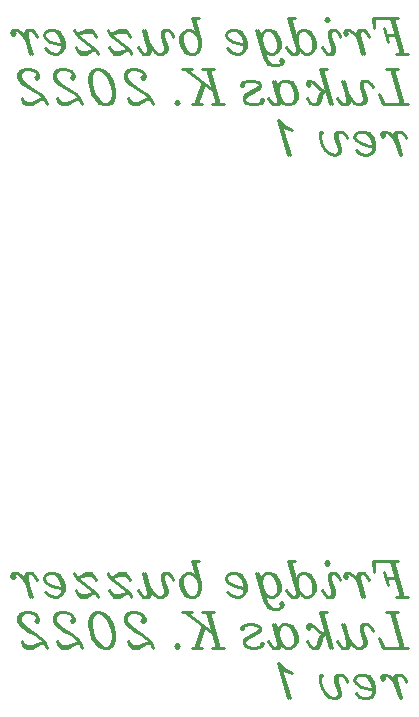
<source format=gbo>
%FSLAX46Y46*%
%MOMM*%
%ADD10C,0.250000*%
G01*
G01*
%LPD*%
D10*
X50271428Y70821432D02*
X49414284Y73821432D01*
D10*
X50128572Y70821432D02*
X49271428Y73821432D01*
D10*
X48985716Y71821432D02*
X48700000Y72964288D01*
D10*
X47700000Y73821432D02*
X49842856Y73821432D01*
D10*
X47842856Y72964288D02*
X47700000Y73821432D01*
D10*
X47842856Y73821432D02*
X47842856Y72964288D01*
D10*
X48842856Y72392856D02*
X49700000Y72392856D01*
D10*
X49700000Y70821432D02*
X50700000Y70821432D01*
D10*
X47271428Y72535712D02*
X47414284Y72250000D01*
D10*
X46985716Y72821432D02*
X47271428Y72535712D01*
D10*
X46557144Y72821432D02*
X46985716Y72821432D01*
D10*
X46414288Y72678568D02*
X46557144Y72821432D01*
D10*
X46414288Y72392856D02*
X46414288Y72678568D01*
D10*
X46557144Y71821432D02*
X46414288Y72392856D01*
D10*
X46842856Y70821432D02*
X46557144Y71821432D01*
D10*
X46557144Y72678568D02*
X46700000Y72821432D01*
D10*
X46557144Y72392856D02*
X46557144Y72678568D01*
D10*
X46700000Y71821432D02*
X46557144Y72392856D01*
D10*
X46985716Y70821432D02*
X46700000Y71821432D01*
D10*
X46271428Y72392856D02*
X46557144Y71821432D01*
D10*
X45985716Y72678568D02*
X46271428Y72392856D01*
D10*
X45700000Y72821432D02*
X45985716Y72678568D01*
D10*
X45414288Y72821432D02*
X45700000Y72821432D01*
D10*
X45271428Y72678568D02*
X45414288Y72821432D01*
D10*
X45271428Y72535712D02*
X45271428Y72678568D01*
D10*
X45414288Y72392856D02*
X45271428Y72535712D01*
D10*
X45557144Y72535712D02*
X45414288Y72392856D01*
D10*
X45414288Y72678568D02*
X45557144Y72535712D01*
D10*
X43985716Y73678568D02*
X43842856Y73821432D01*
D10*
X43842856Y73535712D02*
X43985716Y73678568D01*
D10*
X43700000Y73678568D02*
X43842856Y73535712D01*
D10*
X43842856Y73821432D02*
X43700000Y73678568D01*
D10*
X44842856Y72535712D02*
X44985716Y72250000D01*
D10*
X44557144Y72821432D02*
X44842856Y72535712D01*
D10*
X44128572Y72821432D02*
X44557144Y72821432D01*
D10*
X43985716Y72678568D02*
X44128572Y72821432D01*
D10*
X43985716Y72250000D02*
X43985716Y72678568D01*
D10*
X44271428Y71392856D02*
X43985716Y72250000D01*
D10*
X44271428Y70964288D02*
X44271428Y71392856D01*
D10*
X44128572Y70821432D02*
X44271428Y70964288D01*
D10*
X44128572Y72678568D02*
X44271428Y72821432D01*
D10*
X44128572Y72250000D02*
X44128572Y72678568D01*
D10*
X44414288Y71392856D02*
X44128572Y72250000D01*
D10*
X44414288Y70964288D02*
X44414288Y71392856D01*
D10*
X44271428Y70821432D02*
X44414288Y70964288D01*
D10*
X43842856Y70821432D02*
X44271428Y70821432D01*
D10*
X43557144Y71107144D02*
X43842856Y70821432D01*
D10*
X43414288Y71392856D02*
X43557144Y71107144D01*
D10*
X41271428Y71821432D02*
X40700000Y73821432D01*
D10*
X41414288Y71250000D02*
X41271428Y71821432D01*
D10*
X41414288Y70964288D02*
X41414288Y71250000D01*
D10*
X41271428Y70821432D02*
X41414288Y70964288D01*
D10*
X40842856Y70821432D02*
X41271428Y70821432D01*
D10*
X40557144Y71107144D02*
X40842856Y70821432D01*
D10*
X40414288Y71392856D02*
X40557144Y71107144D01*
D10*
X41128572Y71821432D02*
X40557144Y73821432D01*
D10*
X41271428Y71250000D02*
X41128572Y71821432D01*
D10*
X41271428Y70964288D02*
X41271428Y71250000D01*
D10*
X41128572Y70821432D02*
X41271428Y70964288D01*
D10*
X41271428Y72250000D02*
X41271428Y71821432D01*
D10*
X41414288Y72678568D02*
X41271428Y72250000D01*
D10*
X41700000Y72821432D02*
X41414288Y72678568D01*
D10*
X41985712Y72821432D02*
X41700000Y72821432D01*
D10*
X42414288Y72678568D02*
X41985712Y72821432D01*
D10*
X42700000Y72250000D02*
X42414288Y72678568D01*
D10*
X42842856Y71821432D02*
X42700000Y72250000D01*
D10*
X42842856Y71392856D02*
X42842856Y71821432D01*
D10*
X42700000Y71107144D02*
X42842856Y71392856D01*
D10*
X42557144Y70964288D02*
X42700000Y71107144D01*
D10*
X42271428Y70821432D02*
X42557144Y70964288D01*
D10*
X41985712Y70821432D02*
X42271428Y70821432D01*
D10*
X41700000Y70964288D02*
X41985712Y70821432D01*
D10*
X41414288Y71392856D02*
X41700000Y70964288D01*
D10*
X41271428Y71821432D02*
X41414288Y71392856D01*
D10*
X42271428Y72678568D02*
X41985712Y72821432D01*
D10*
X42557144Y72250000D02*
X42271428Y72678568D01*
D10*
X42700000Y71821432D02*
X42557144Y72250000D01*
D10*
X42700000Y71250000D02*
X42700000Y71821432D01*
D10*
X42557144Y70964288D02*
X42700000Y71250000D01*
D10*
X40557144Y73821432D02*
X41128572Y73821432D01*
D10*
X38414288Y70821432D02*
X37842856Y72821432D01*
D10*
X38557144Y70392856D02*
X38414288Y70821432D01*
D10*
X38842856Y69964288D02*
X38557144Y70392856D01*
D10*
X39271428Y69821432D02*
X38842856Y69964288D01*
D10*
X39700000Y69821432D02*
X39271428Y69821432D01*
D10*
X39985712Y69964288D02*
X39700000Y69821432D01*
D10*
X40128572Y70107144D02*
X39985712Y69964288D01*
D10*
X40128572Y70250000D02*
X40128572Y70107144D01*
D10*
X39985712Y70392856D02*
X40128572Y70250000D01*
D10*
X39842856Y70250000D02*
X39985712Y70392856D01*
D10*
X39985712Y70107144D02*
X39842856Y70250000D01*
D10*
X38557144Y70821432D02*
X37985712Y72821432D01*
D10*
X38700000Y70392856D02*
X38557144Y70821432D01*
D10*
X38985712Y69964288D02*
X38700000Y70392856D01*
D10*
X39271428Y69821432D02*
X38985712Y69964288D01*
D10*
X38271428Y72250000D02*
X38271428Y71821432D01*
D10*
X38414288Y72678568D02*
X38271428Y72250000D01*
D10*
X38700000Y72821432D02*
X38414288Y72678568D01*
D10*
X38985712Y72821432D02*
X38700000Y72821432D01*
D10*
X39414288Y72678568D02*
X38985712Y72821432D01*
D10*
X39700000Y72250000D02*
X39414288Y72678568D01*
D10*
X39842856Y71821432D02*
X39700000Y72250000D01*
D10*
X39842856Y71392856D02*
X39842856Y71821432D01*
D10*
X39700000Y71107144D02*
X39842856Y71392856D01*
D10*
X39557144Y70964288D02*
X39700000Y71107144D01*
D10*
X39271428Y70821432D02*
X39557144Y70964288D01*
D10*
X38985712Y70821432D02*
X39271428Y70821432D01*
D10*
X38700000Y70964288D02*
X38985712Y70821432D01*
D10*
X38414288Y71392856D02*
X38700000Y70964288D01*
D10*
X38271428Y71821432D02*
X38414288Y71392856D01*
D10*
X39271428Y72678568D02*
X38985712Y72821432D01*
D10*
X39557144Y72250000D02*
X39271428Y72678568D01*
D10*
X39700000Y71821432D02*
X39557144Y72250000D01*
D10*
X39700000Y71250000D02*
X39700000Y71821432D01*
D10*
X39557144Y70964288D02*
X39700000Y71250000D01*
D10*
X36271428Y71678568D02*
X36842856Y71535712D01*
D10*
X35842856Y71821432D02*
X36271428Y71678568D01*
D10*
X35414288Y72107144D02*
X35842856Y71821432D01*
D10*
X35271428Y72392856D02*
X35414288Y72107144D01*
D10*
X35414288Y72678568D02*
X35271428Y72392856D01*
D10*
X35700000Y72821432D02*
X35414288Y72678568D01*
D10*
X36128572Y72821432D02*
X35700000Y72821432D01*
D10*
X36557144Y72678568D02*
X36128572Y72821432D01*
D10*
X36842856Y72250000D02*
X36557144Y72678568D01*
D10*
X36985712Y71821432D02*
X36842856Y72250000D01*
D10*
X36985712Y71392856D02*
X36985712Y71821432D01*
D10*
X36842856Y71107144D02*
X36985712Y71392856D01*
D10*
X36700000Y70964288D02*
X36842856Y71107144D01*
D10*
X36414288Y70821432D02*
X36700000Y70964288D01*
D10*
X36128572Y70821432D02*
X36414288Y70821432D01*
D10*
X35700000Y70964288D02*
X36128572Y70821432D01*
D10*
X35414288Y71250000D02*
X35700000Y70964288D01*
D10*
X36414288Y72678568D02*
X36128572Y72821432D01*
D10*
X36700000Y72250000D02*
X36414288Y72678568D01*
D10*
X36842856Y71821432D02*
X36700000Y72250000D01*
D10*
X36842856Y71250000D02*
X36842856Y71821432D01*
D10*
X36700000Y70964288D02*
X36842856Y71250000D01*
D10*
X33128572Y71964288D02*
X32557144Y73821432D01*
D10*
X33128572Y71535712D02*
X33128572Y71964288D01*
D10*
X32985714Y71107144D02*
X33128572Y71535712D01*
D10*
X32842858Y70964288D02*
X32985714Y71107144D01*
D10*
X32985714Y71964288D02*
X32414286Y73821432D01*
D10*
X32842858Y72392856D02*
X32985714Y71964288D01*
D10*
X32557144Y72678568D02*
X32842858Y72392856D01*
D10*
X32271428Y72821432D02*
X32557144Y72678568D01*
D10*
X31985714Y72821432D02*
X32271428Y72821432D01*
D10*
X31700000Y72678568D02*
X31985714Y72821432D01*
D10*
X31557144Y72535712D02*
X31700000Y72678568D01*
D10*
X31414286Y72250000D02*
X31557144Y72535712D01*
D10*
X31414286Y71821432D02*
X31414286Y72250000D01*
D10*
X31557144Y71392856D02*
X31414286Y71821432D01*
D10*
X31842858Y70964288D02*
X31557144Y71392856D01*
D10*
X32271428Y70821432D02*
X31842858Y70964288D01*
D10*
X32557144Y70821432D02*
X32271428Y70821432D01*
D10*
X32842858Y70964288D02*
X32557144Y70821432D01*
D10*
X32985714Y71392856D02*
X32842858Y70964288D01*
D10*
X32985714Y71964288D02*
X32985714Y71392856D01*
D10*
X31557144Y72392856D02*
X31700000Y72678568D01*
D10*
X31557144Y71821432D02*
X31557144Y72392856D01*
D10*
X31700000Y71392856D02*
X31557144Y71821432D01*
D10*
X31985714Y70964288D02*
X31700000Y71392856D01*
D10*
X32271428Y70821432D02*
X31985714Y70964288D01*
D10*
X32414286Y73821432D02*
X32985714Y73821432D01*
D10*
X30700000Y72535712D02*
X30842858Y72250000D01*
D10*
X30414286Y72821432D02*
X30700000Y72535712D01*
D10*
X29985714Y72821432D02*
X30414286Y72821432D01*
D10*
X29842858Y72678568D02*
X29985714Y72821432D01*
D10*
X29842858Y72250000D02*
X29842858Y72678568D01*
D10*
X30128572Y71392856D02*
X29842858Y72250000D01*
D10*
X30128572Y71107144D02*
X30128572Y71392856D01*
D10*
X29842858Y70821432D02*
X30128572Y71107144D01*
D10*
X29985714Y72678568D02*
X30128572Y72821432D01*
D10*
X29985714Y72250000D02*
X29985714Y72678568D01*
D10*
X30271428Y71392856D02*
X29985714Y72250000D01*
D10*
X30271428Y71107144D02*
X30271428Y71392856D01*
D10*
X30128572Y70964288D02*
X30271428Y71107144D01*
D10*
X29842858Y70821432D02*
X30128572Y70964288D01*
D10*
X29557144Y70821432D02*
X29842858Y70821432D01*
D10*
X29271428Y70964288D02*
X29557144Y70821432D01*
D10*
X28985714Y71250000D02*
X29271428Y70964288D01*
D10*
X28700000Y71821432D02*
X28985714Y71250000D01*
D10*
X28700000Y71821432D02*
X28414286Y72821432D01*
D10*
X28842858Y71250000D02*
X28700000Y71821432D01*
D10*
X28842858Y70964288D02*
X28842858Y71250000D01*
D10*
X28700000Y70821432D02*
X28842858Y70964288D01*
D10*
X28271428Y70821432D02*
X28700000Y70821432D01*
D10*
X27985714Y71107144D02*
X28271428Y70821432D01*
D10*
X27842858Y71392856D02*
X27985714Y71107144D01*
D10*
X28557144Y71821432D02*
X28271428Y72821432D01*
D10*
X28700000Y71250000D02*
X28557144Y71821432D01*
D10*
X28700000Y70964288D02*
X28700000Y71250000D01*
D10*
X28557144Y70821432D02*
X28700000Y70964288D01*
D10*
X25414286Y72535712D02*
X25271428Y72821432D01*
D10*
X25700000Y72250000D02*
X25414286Y72535712D01*
D10*
X26842858Y71392856D02*
X25700000Y72250000D01*
D10*
X27128572Y71107144D02*
X26842858Y71392856D01*
D10*
X27271428Y70821432D02*
X27128572Y71107144D01*
D10*
X26985714Y72535712D02*
X27128572Y72250000D01*
D10*
X26700000Y72821432D02*
X26985714Y72535712D01*
D10*
X26271428Y72821432D02*
X26700000Y72821432D01*
D10*
X25700000Y72535712D02*
X26271428Y72821432D01*
D10*
X26700000Y72678568D02*
X26985714Y72535712D01*
D10*
X26271428Y72678568D02*
X26700000Y72678568D01*
D10*
X25700000Y72535712D02*
X26271428Y72678568D01*
D10*
X25414286Y72535712D02*
X25700000Y72535712D01*
D10*
X26842858Y71107144D02*
X27128572Y71107144D01*
D10*
X26271428Y70964288D02*
X26842858Y71107144D01*
D10*
X25842858Y70964288D02*
X26271428Y70964288D01*
D10*
X25557144Y71107144D02*
X25842858Y70964288D01*
D10*
X26271428Y70821432D02*
X26842858Y71107144D01*
D10*
X25842858Y70821432D02*
X26271428Y70821432D01*
D10*
X25557144Y71107144D02*
X25842858Y70821432D01*
D10*
X25414286Y71392856D02*
X25557144Y71107144D01*
D10*
X22557144Y72535712D02*
X22414286Y72821432D01*
D10*
X22842858Y72250000D02*
X22557144Y72535712D01*
D10*
X23985714Y71392856D02*
X22842858Y72250000D01*
D10*
X24271428Y71107144D02*
X23985714Y71392856D01*
D10*
X24414286Y70821432D02*
X24271428Y71107144D01*
D10*
X24128572Y72535712D02*
X24271428Y72250000D01*
D10*
X23842858Y72821432D02*
X24128572Y72535712D01*
D10*
X23414286Y72821432D02*
X23842858Y72821432D01*
D10*
X22842858Y72535712D02*
X23414286Y72821432D01*
D10*
X23842858Y72678568D02*
X24128572Y72535712D01*
D10*
X23414286Y72678568D02*
X23842858Y72678568D01*
D10*
X22842858Y72535712D02*
X23414286Y72678568D01*
D10*
X22557144Y72535712D02*
X22842858Y72535712D01*
D10*
X23985714Y71107144D02*
X24271428Y71107144D01*
D10*
X23414286Y70964288D02*
X23985714Y71107144D01*
D10*
X22985714Y70964288D02*
X23414286Y70964288D01*
D10*
X22700000Y71107144D02*
X22985714Y70964288D01*
D10*
X23414286Y70821432D02*
X23985714Y71107144D01*
D10*
X22985714Y70821432D02*
X23414286Y70821432D01*
D10*
X22700000Y71107144D02*
X22985714Y70821432D01*
D10*
X22557144Y71392856D02*
X22700000Y71107144D01*
D10*
X20842858Y71678568D02*
X21414286Y71535712D01*
D10*
X20414286Y71821432D02*
X20842858Y71678568D01*
D10*
X19985714Y72107144D02*
X20414286Y71821432D01*
D10*
X19842858Y72392856D02*
X19985714Y72107144D01*
D10*
X19985714Y72678568D02*
X19842858Y72392856D01*
D10*
X20271430Y72821432D02*
X19985714Y72678568D01*
D10*
X20700000Y72821432D02*
X20271430Y72821432D01*
D10*
X21128572Y72678568D02*
X20700000Y72821432D01*
D10*
X21414286Y72250000D02*
X21128572Y72678568D01*
D10*
X21557144Y71821432D02*
X21414286Y72250000D01*
D10*
X21557144Y71392856D02*
X21557144Y71821432D01*
D10*
X21414286Y71107144D02*
X21557144Y71392856D01*
D10*
X21271430Y70964288D02*
X21414286Y71107144D01*
D10*
X20985714Y70821432D02*
X21271430Y70964288D01*
D10*
X20700000Y70821432D02*
X20985714Y70821432D01*
D10*
X20271430Y70964288D02*
X20700000Y70821432D01*
D10*
X19985714Y71250000D02*
X20271430Y70964288D01*
D10*
X20985714Y72678568D02*
X20700000Y72821432D01*
D10*
X21271430Y72250000D02*
X20985714Y72678568D01*
D10*
X21414286Y71821432D02*
X21271430Y72250000D01*
D10*
X21414286Y71250000D02*
X21414286Y71821432D01*
D10*
X21271430Y70964288D02*
X21414286Y71250000D01*
D10*
X19128572Y72535712D02*
X19271430Y72250000D01*
D10*
X18842858Y72821432D02*
X19128572Y72535712D01*
D10*
X18414286Y72821432D02*
X18842858Y72821432D01*
D10*
X18271430Y72678568D02*
X18414286Y72821432D01*
D10*
X18271430Y72392856D02*
X18271430Y72678568D01*
D10*
X18414286Y71821432D02*
X18271430Y72392856D01*
D10*
X18700000Y70821432D02*
X18414286Y71821432D01*
D10*
X18414286Y72678568D02*
X18557144Y72821432D01*
D10*
X18414286Y72392856D02*
X18414286Y72678568D01*
D10*
X18557144Y71821432D02*
X18414286Y72392856D01*
D10*
X18842858Y70821432D02*
X18557144Y71821432D01*
D10*
X18128572Y72392856D02*
X18414286Y71821432D01*
D10*
X17842858Y72678568D02*
X18128572Y72392856D01*
D10*
X17557144Y72821432D02*
X17842858Y72678568D01*
D10*
X17271430Y72821432D02*
X17557144Y72821432D01*
D10*
X17128572Y72678568D02*
X17271430Y72821432D01*
D10*
X17128572Y72535712D02*
X17128572Y72678568D01*
D10*
X17271430Y72392856D02*
X17128572Y72535712D01*
D10*
X17414286Y72535712D02*
X17271430Y72392856D01*
D10*
X17271430Y72678568D02*
X17414286Y72535712D01*
D10*
X50271428Y66521428D02*
X49414284Y69521432D01*
D10*
X50128572Y66521428D02*
X49271428Y69521432D01*
D10*
X48842856Y69521432D02*
X49842856Y69521432D01*
D10*
X48557144Y66521428D02*
X50700000Y66521428D01*
D10*
X48271428Y67378568D02*
X48557144Y66521428D01*
D10*
X48700000Y66521428D02*
X48271428Y67378568D01*
D10*
X47557144Y68235712D02*
X47700000Y67950000D01*
D10*
X47271428Y68521432D02*
X47557144Y68235712D01*
D10*
X46842856Y68521432D02*
X47271428Y68521432D01*
D10*
X46700000Y68378568D02*
X46842856Y68521432D01*
D10*
X46700000Y67950000D02*
X46700000Y68378568D01*
D10*
X46985716Y67092856D02*
X46700000Y67950000D01*
D10*
X46985716Y66807144D02*
X46985716Y67092856D01*
D10*
X46700000Y66521428D02*
X46985716Y66807144D01*
D10*
X46842856Y68378568D02*
X46985716Y68521432D01*
D10*
X46842856Y67950000D02*
X46842856Y68378568D01*
D10*
X47128572Y67092856D02*
X46842856Y67950000D01*
D10*
X47128572Y66807144D02*
X47128572Y67092856D01*
D10*
X46985716Y66664284D02*
X47128572Y66807144D01*
D10*
X46700000Y66521428D02*
X46985716Y66664284D01*
D10*
X46414288Y66521428D02*
X46700000Y66521428D01*
D10*
X46128572Y66664284D02*
X46414288Y66521428D01*
D10*
X45842856Y66950000D02*
X46128572Y66664284D01*
D10*
X45557144Y67521432D02*
X45842856Y66950000D01*
D10*
X45557144Y67521432D02*
X45271428Y68521432D01*
D10*
X45700000Y66950000D02*
X45557144Y67521432D01*
D10*
X45700000Y66664284D02*
X45700000Y66950000D01*
D10*
X45557144Y66521428D02*
X45700000Y66664284D01*
D10*
X45128572Y66521428D02*
X45557144Y66521428D01*
D10*
X44842856Y66807144D02*
X45128572Y66521428D01*
D10*
X44700000Y67092856D02*
X44842856Y66807144D01*
D10*
X45414288Y67521432D02*
X45128572Y68521432D01*
D10*
X45557144Y66950000D02*
X45414288Y67521432D01*
D10*
X45557144Y66664284D02*
X45557144Y66950000D01*
D10*
X45414288Y66521428D02*
X45557144Y66664284D01*
D10*
X44271428Y66521428D02*
X43414288Y69521432D01*
D10*
X44128572Y66521428D02*
X43271428Y69521432D01*
D10*
X42414288Y68235712D02*
X42271428Y68378568D01*
D10*
X42271428Y68092856D02*
X42414288Y68235712D01*
D10*
X42128572Y68235712D02*
X42271428Y68092856D01*
D10*
X42128572Y68378568D02*
X42128572Y68235712D01*
D10*
X42271428Y68521432D02*
X42128572Y68378568D01*
D10*
X42414288Y68521432D02*
X42271428Y68521432D01*
D10*
X42700000Y68378568D02*
X42414288Y68521432D01*
D10*
X43271428Y67807144D02*
X42700000Y68378568D01*
D10*
X43557144Y67664288D02*
X43271428Y67807144D01*
D10*
X43842856Y67664288D02*
X43557144Y67664288D01*
D10*
X43271428Y67521432D02*
X43557144Y67664288D01*
D10*
X42985716Y66664284D02*
X43271428Y67521432D01*
D10*
X42842856Y66521428D02*
X42985716Y66664284D01*
D10*
X43414288Y67521432D02*
X43557144Y67664288D01*
D10*
X43128572Y66664284D02*
X43414288Y67521432D01*
D10*
X42985716Y66521428D02*
X43128572Y66664284D01*
D10*
X42700000Y66521428D02*
X42985716Y66521428D01*
D10*
X42414288Y66664284D02*
X42700000Y66521428D01*
D10*
X42128572Y67092856D02*
X42414288Y66664284D01*
D10*
X43271428Y69521432D02*
X43842856Y69521432D01*
D10*
X39700000Y67521432D02*
X39414288Y68521432D01*
D10*
X39842856Y66950000D02*
X39700000Y67521432D01*
D10*
X39842856Y66664284D02*
X39842856Y66950000D01*
D10*
X39700000Y66521428D02*
X39842856Y66664284D01*
D10*
X39271428Y66521428D02*
X39700000Y66521428D01*
D10*
X38985712Y66807144D02*
X39271428Y66521428D01*
D10*
X38842856Y67092856D02*
X38985712Y66807144D01*
D10*
X39557144Y67521432D02*
X39271428Y68521432D01*
D10*
X39700000Y66950000D02*
X39557144Y67521432D01*
D10*
X39700000Y66664284D02*
X39700000Y66950000D01*
D10*
X39557144Y66521428D02*
X39700000Y66664284D01*
D10*
X39700000Y67950000D02*
X39700000Y67521432D01*
D10*
X39842856Y68378568D02*
X39700000Y67950000D01*
D10*
X40128572Y68521432D02*
X39842856Y68378568D01*
D10*
X40414288Y68521432D02*
X40128572Y68521432D01*
D10*
X40842856Y68378568D02*
X40414288Y68521432D01*
D10*
X41128572Y67950000D02*
X40842856Y68378568D01*
D10*
X41271428Y67521432D02*
X41128572Y67950000D01*
D10*
X41271428Y67092856D02*
X41271428Y67521432D01*
D10*
X41128572Y66807144D02*
X41271428Y67092856D01*
D10*
X40985712Y66664284D02*
X41128572Y66807144D01*
D10*
X40700000Y66521428D02*
X40985712Y66664284D01*
D10*
X40414288Y66521428D02*
X40700000Y66521428D01*
D10*
X40128572Y66664284D02*
X40414288Y66521428D01*
D10*
X39842856Y67092856D02*
X40128572Y66664284D01*
D10*
X39700000Y67521432D02*
X39842856Y67092856D01*
D10*
X40700000Y68378568D02*
X40414288Y68521432D01*
D10*
X40985712Y67950000D02*
X40700000Y68378568D01*
D10*
X41128572Y67521432D02*
X40985712Y67950000D01*
D10*
X41128572Y66950000D02*
X41128572Y67521432D01*
D10*
X40985712Y66664284D02*
X41128572Y66950000D01*
D10*
X36700000Y68092856D02*
X36700000Y68235712D01*
D10*
X36557144Y68092856D02*
X36700000Y68092856D01*
D10*
X36557144Y68235712D02*
X36557144Y68092856D01*
D10*
X36700000Y68378568D02*
X36557144Y68235712D01*
D10*
X37128572Y68521432D02*
X36700000Y68378568D01*
D10*
X37557144Y68521432D02*
X37128572Y68521432D01*
D10*
X37985712Y68378568D02*
X37557144Y68521432D01*
D10*
X38128572Y68235712D02*
X37985712Y68378568D01*
D10*
X38128572Y67950000D02*
X38128572Y68235712D01*
D10*
X37985712Y67807144D02*
X38128572Y67950000D01*
D10*
X36985712Y67235712D02*
X37985712Y67807144D01*
D10*
X36842856Y67092856D02*
X36985712Y67235712D01*
D10*
X37985712Y67950000D02*
X38128572Y68092856D01*
D10*
X36985712Y67378568D02*
X37985712Y67950000D01*
D10*
X36842856Y67235712D02*
X36985712Y67378568D01*
D10*
X36842856Y66807144D02*
X36842856Y67235712D01*
D10*
X36985712Y66664284D02*
X36842856Y66807144D01*
D10*
X37414288Y66521428D02*
X36985712Y66664284D01*
D10*
X37842856Y66521428D02*
X37414288Y66521428D01*
D10*
X38271428Y66664284D02*
X37842856Y66521428D01*
D10*
X38414288Y66807144D02*
X38271428Y66664284D01*
D10*
X38414288Y66950000D02*
X38414288Y66807144D01*
D10*
X38271428Y66950000D02*
X38414288Y66950000D01*
D10*
X38271428Y66807144D02*
X38271428Y66950000D01*
D10*
X34700000Y66521428D02*
X33842856Y69521432D01*
D10*
X34557144Y66521428D02*
X33700000Y69521432D01*
D10*
X34271428Y67664288D02*
X31842858Y69521432D01*
D10*
X32700000Y66521428D02*
X33271428Y68235712D01*
D10*
X32842858Y66521428D02*
X33414286Y68235712D01*
D10*
X33271428Y69521432D02*
X34271428Y69521432D01*
D10*
X31557144Y69521432D02*
X32414286Y69521432D01*
D10*
X34128572Y66521428D02*
X35128572Y66521428D01*
D10*
X32414286Y66521428D02*
X33271428Y66521428D01*
D10*
X31271428Y66664284D02*
X31128572Y66807144D01*
D10*
X31128572Y66521428D02*
X31271428Y66664284D01*
D10*
X30985714Y66664284D02*
X31128572Y66521428D01*
D10*
X31128572Y66807144D02*
X30985714Y66664284D01*
D10*
X28128572Y68807144D02*
X28271428Y68950000D01*
D10*
X28271428Y68664288D02*
X28128572Y68807144D01*
D10*
X28414286Y68807144D02*
X28271428Y68664288D01*
D10*
X28414286Y68950000D02*
X28414286Y68807144D01*
D10*
X28271428Y69235712D02*
X28414286Y68950000D01*
D10*
X28128572Y69378568D02*
X28271428Y69235712D01*
D10*
X27700000Y69521432D02*
X28128572Y69378568D01*
D10*
X27271428Y69521432D02*
X27700000Y69521432D01*
D10*
X26842858Y69378568D02*
X27271428Y69521432D01*
D10*
X26700000Y69092856D02*
X26842858Y69378568D01*
D10*
X26700000Y68807144D02*
X26700000Y69092856D01*
D10*
X26842858Y68521432D02*
X26700000Y68807144D01*
D10*
X27128572Y68235712D02*
X26842858Y68521432D01*
D10*
X27557144Y67950000D02*
X27128572Y68235712D01*
D10*
X28128572Y67664288D02*
X27557144Y67950000D01*
D10*
X28557144Y67378568D02*
X28128572Y67664288D01*
D10*
X28842858Y67092856D02*
X28557144Y67378568D01*
D10*
X29128572Y66521428D02*
X28842858Y67092856D01*
D10*
X26985714Y69378568D02*
X27271428Y69521432D01*
D10*
X26842858Y69092856D02*
X26985714Y69378568D01*
D10*
X26842858Y68807144D02*
X26842858Y69092856D01*
D10*
X26985714Y68521432D02*
X26842858Y68807144D01*
D10*
X27271428Y68235712D02*
X26985714Y68521432D01*
D10*
X28128572Y67664288D02*
X27271428Y68235712D01*
D10*
X28842858Y66950000D02*
X28985714Y66807144D01*
D10*
X28557144Y66950000D02*
X28842858Y66950000D01*
D10*
X27842858Y66664284D02*
X28557144Y66950000D01*
D10*
X27414286Y66664284D02*
X27842858Y66664284D01*
D10*
X27128572Y66807144D02*
X27414286Y66664284D01*
D10*
X26985714Y67092856D02*
X27128572Y66807144D01*
D10*
X27842858Y66521428D02*
X28557144Y66950000D01*
D10*
X27414286Y66521428D02*
X27842858Y66521428D01*
D10*
X27128572Y66664284D02*
X27414286Y66521428D01*
D10*
X26985714Y67092856D02*
X27128572Y66664284D01*
D10*
X24985714Y69378568D02*
X24557144Y69521432D01*
D10*
X25271428Y69092856D02*
X24985714Y69378568D01*
D10*
X25557144Y68664288D02*
X25271428Y69092856D01*
D10*
X25700000Y68235712D02*
X25557144Y68664288D01*
D10*
X25842858Y67664288D02*
X25700000Y68235712D01*
D10*
X25842858Y67235712D02*
X25842858Y67664288D01*
D10*
X25700000Y66807144D02*
X25842858Y67235712D01*
D10*
X25557144Y66664284D02*
X25700000Y66807144D01*
D10*
X25271428Y66521428D02*
X25557144Y66664284D01*
D10*
X24985714Y66521428D02*
X25271428Y66521428D01*
D10*
X24557144Y66664284D02*
X24985714Y66521428D01*
D10*
X24271428Y66950000D02*
X24557144Y66664284D01*
D10*
X23985714Y67378568D02*
X24271428Y66950000D01*
D10*
X23842858Y67807144D02*
X23985714Y67378568D01*
D10*
X23700000Y68378568D02*
X23842858Y67807144D01*
D10*
X23700000Y68807144D02*
X23700000Y68378568D01*
D10*
X23842858Y69235712D02*
X23700000Y68807144D01*
D10*
X23985714Y69378568D02*
X23842858Y69235712D01*
D10*
X24271428Y69521432D02*
X23985714Y69378568D01*
D10*
X24557144Y69521432D02*
X24271428Y69521432D01*
D10*
X24842858Y69378568D02*
X24557144Y69521432D01*
D10*
X25128572Y69092856D02*
X24842858Y69378568D01*
D10*
X25414286Y68664288D02*
X25128572Y69092856D01*
D10*
X25557144Y68235712D02*
X25414286Y68664288D01*
D10*
X25700000Y67664288D02*
X25557144Y68235712D01*
D10*
X25700000Y67235712D02*
X25700000Y67664288D01*
D10*
X25557144Y66807144D02*
X25700000Y67235712D01*
D10*
X25271428Y66521428D02*
X25557144Y66807144D01*
D10*
X24700000Y66664284D02*
X24985714Y66521428D01*
D10*
X24414286Y66950000D02*
X24700000Y66664284D01*
D10*
X24128572Y67378568D02*
X24414286Y66950000D01*
D10*
X23985714Y67807144D02*
X24128572Y67378568D01*
D10*
X23842858Y68378568D02*
X23985714Y67807144D01*
D10*
X23842858Y68807144D02*
X23842858Y68378568D01*
D10*
X23985714Y69235712D02*
X23842858Y68807144D01*
D10*
X24271428Y69521432D02*
X23985714Y69235712D01*
D10*
X22128572Y68807144D02*
X22271430Y68950000D01*
D10*
X22271430Y68664288D02*
X22128572Y68807144D01*
D10*
X22414286Y68807144D02*
X22271430Y68664288D01*
D10*
X22414286Y68950000D02*
X22414286Y68807144D01*
D10*
X22271430Y69235712D02*
X22414286Y68950000D01*
D10*
X22128572Y69378568D02*
X22271430Y69235712D01*
D10*
X21700000Y69521432D02*
X22128572Y69378568D01*
D10*
X21271430Y69521432D02*
X21700000Y69521432D01*
D10*
X20842858Y69378568D02*
X21271430Y69521432D01*
D10*
X20700000Y69092856D02*
X20842858Y69378568D01*
D10*
X20700000Y68807144D02*
X20700000Y69092856D01*
D10*
X20842858Y68521432D02*
X20700000Y68807144D01*
D10*
X21128572Y68235712D02*
X20842858Y68521432D01*
D10*
X21557144Y67950000D02*
X21128572Y68235712D01*
D10*
X22128572Y67664288D02*
X21557144Y67950000D01*
D10*
X22557144Y67378568D02*
X22128572Y67664288D01*
D10*
X22842858Y67092856D02*
X22557144Y67378568D01*
D10*
X23128572Y66521428D02*
X22842858Y67092856D01*
D10*
X20985714Y69378568D02*
X21271430Y69521432D01*
D10*
X20842858Y69092856D02*
X20985714Y69378568D01*
D10*
X20842858Y68807144D02*
X20842858Y69092856D01*
D10*
X20985714Y68521432D02*
X20842858Y68807144D01*
D10*
X21271430Y68235712D02*
X20985714Y68521432D01*
D10*
X22128572Y67664288D02*
X21271430Y68235712D01*
D10*
X22842858Y66950000D02*
X22985714Y66807144D01*
D10*
X22557144Y66950000D02*
X22842858Y66950000D01*
D10*
X21842858Y66664284D02*
X22557144Y66950000D01*
D10*
X21414286Y66664284D02*
X21842858Y66664284D01*
D10*
X21128572Y66807144D02*
X21414286Y66664284D01*
D10*
X20985714Y67092856D02*
X21128572Y66807144D01*
D10*
X21842858Y66521428D02*
X22557144Y66950000D01*
D10*
X21414286Y66521428D02*
X21842858Y66521428D01*
D10*
X21128572Y66664284D02*
X21414286Y66521428D01*
D10*
X20985714Y67092856D02*
X21128572Y66664284D01*
D10*
X19128572Y68807144D02*
X19271430Y68950000D01*
D10*
X19271430Y68664288D02*
X19128572Y68807144D01*
D10*
X19414286Y68807144D02*
X19271430Y68664288D01*
D10*
X19414286Y68950000D02*
X19414286Y68807144D01*
D10*
X19271430Y69235712D02*
X19414286Y68950000D01*
D10*
X19128572Y69378568D02*
X19271430Y69235712D01*
D10*
X18700000Y69521432D02*
X19128572Y69378568D01*
D10*
X18271430Y69521432D02*
X18700000Y69521432D01*
D10*
X17842858Y69378568D02*
X18271430Y69521432D01*
D10*
X17700000Y69092856D02*
X17842858Y69378568D01*
D10*
X17700000Y68807144D02*
X17700000Y69092856D01*
D10*
X17842858Y68521432D02*
X17700000Y68807144D01*
D10*
X18128572Y68235712D02*
X17842858Y68521432D01*
D10*
X18557144Y67950000D02*
X18128572Y68235712D01*
D10*
X19128572Y67664288D02*
X18557144Y67950000D01*
D10*
X19557144Y67378568D02*
X19128572Y67664288D01*
D10*
X19842858Y67092856D02*
X19557144Y67378568D01*
D10*
X20128572Y66521428D02*
X19842858Y67092856D01*
D10*
X17985714Y69378568D02*
X18271430Y69521432D01*
D10*
X17842858Y69092856D02*
X17985714Y69378568D01*
D10*
X17842858Y68807144D02*
X17842858Y69092856D01*
D10*
X17985714Y68521432D02*
X17842858Y68807144D01*
D10*
X18271430Y68235712D02*
X17985714Y68521432D01*
D10*
X19128572Y67664288D02*
X18271430Y68235712D01*
D10*
X19842858Y66950000D02*
X19985714Y66807144D01*
D10*
X19557144Y66950000D02*
X19842858Y66950000D01*
D10*
X18842858Y66664284D02*
X19557144Y66950000D01*
D10*
X18414286Y66664284D02*
X18842858Y66664284D01*
D10*
X18128572Y66807144D02*
X18414286Y66664284D01*
D10*
X17985714Y67092856D02*
X18128572Y66807144D01*
D10*
X18842858Y66521428D02*
X19557144Y66950000D01*
D10*
X18414286Y66521428D02*
X18842858Y66521428D01*
D10*
X18128572Y66664284D02*
X18414286Y66521428D01*
D10*
X17985714Y67092856D02*
X18128572Y66664284D01*
D10*
X50414284Y63935716D02*
X50557144Y63650000D01*
D10*
X50128572Y64221428D02*
X50414284Y63935716D01*
D10*
X49700000Y64221428D02*
X50128572Y64221428D01*
D10*
X49557144Y64078572D02*
X49700000Y64221428D01*
D10*
X49557144Y63792856D02*
X49557144Y64078572D01*
D10*
X49700000Y63221428D02*
X49557144Y63792856D01*
D10*
X49985716Y62221428D02*
X49700000Y63221428D01*
D10*
X49700000Y64078572D02*
X49842856Y64221428D01*
D10*
X49700000Y63792856D02*
X49700000Y64078572D01*
D10*
X49842856Y63221428D02*
X49700000Y63792856D01*
D10*
X50128572Y62221428D02*
X49842856Y63221428D01*
D10*
X49414284Y63792856D02*
X49700000Y63221428D01*
D10*
X49128572Y64078572D02*
X49414284Y63792856D01*
D10*
X48842856Y64221428D02*
X49128572Y64078572D01*
D10*
X48557144Y64221428D02*
X48842856Y64221428D01*
D10*
X48414284Y64078572D02*
X48557144Y64221428D01*
D10*
X48414284Y63935716D02*
X48414284Y64078572D01*
D10*
X48557144Y63792856D02*
X48414284Y63935716D01*
D10*
X48700000Y63935716D02*
X48557144Y63792856D01*
D10*
X48557144Y64078572D02*
X48700000Y63935716D01*
D10*
X47128572Y63078572D02*
X47700000Y62935716D01*
D10*
X46700000Y63221428D02*
X47128572Y63078572D01*
D10*
X46271428Y63507144D02*
X46700000Y63221428D01*
D10*
X46128572Y63792856D02*
X46271428Y63507144D01*
D10*
X46271428Y64078572D02*
X46128572Y63792856D01*
D10*
X46557144Y64221428D02*
X46271428Y64078572D01*
D10*
X46985716Y64221428D02*
X46557144Y64221428D01*
D10*
X47414284Y64078572D02*
X46985716Y64221428D01*
D10*
X47700000Y63650000D02*
X47414284Y64078572D01*
D10*
X47842856Y63221428D02*
X47700000Y63650000D01*
D10*
X47842856Y62792856D02*
X47842856Y63221428D01*
D10*
X47700000Y62507144D02*
X47842856Y62792856D01*
D10*
X47557144Y62364284D02*
X47700000Y62507144D01*
D10*
X47271428Y62221428D02*
X47557144Y62364284D01*
D10*
X46985716Y62221428D02*
X47271428Y62221428D01*
D10*
X46557144Y62364284D02*
X46985716Y62221428D01*
D10*
X46271428Y62650000D02*
X46557144Y62364284D01*
D10*
X47271428Y64078572D02*
X46985716Y64221428D01*
D10*
X47557144Y63650000D02*
X47271428Y64078572D01*
D10*
X47700000Y63221428D02*
X47557144Y63650000D01*
D10*
X47700000Y62650000D02*
X47700000Y63221428D01*
D10*
X47557144Y62364284D02*
X47700000Y62650000D01*
D10*
X45414288Y63935716D02*
X45557144Y63650000D01*
D10*
X45128572Y64221428D02*
X45414288Y63935716D01*
D10*
X44700000Y64221428D02*
X45128572Y64221428D01*
D10*
X44557144Y64078572D02*
X44700000Y64221428D01*
D10*
X44557144Y63650000D02*
X44557144Y64078572D01*
D10*
X44842856Y62792856D02*
X44557144Y63650000D01*
D10*
X44842856Y62507144D02*
X44842856Y62792856D01*
D10*
X44557144Y62221428D02*
X44842856Y62507144D01*
D10*
X44700000Y64078572D02*
X44842856Y64221428D01*
D10*
X44700000Y63650000D02*
X44700000Y64078572D01*
D10*
X44985716Y62792856D02*
X44700000Y63650000D01*
D10*
X44985716Y62507144D02*
X44985716Y62792856D01*
D10*
X44842856Y62364284D02*
X44985716Y62507144D01*
D10*
X44557144Y62221428D02*
X44842856Y62364284D01*
D10*
X44414288Y62221428D02*
X44557144Y62221428D01*
D10*
X43985716Y62364284D02*
X44414288Y62221428D01*
D10*
X43700000Y62650000D02*
X43985716Y62364284D01*
D10*
X43414288Y63078572D02*
X43700000Y62650000D01*
D10*
X43271428Y63650000D02*
X43414288Y63078572D01*
D10*
X43271428Y64221428D02*
X43271428Y63650000D01*
D10*
X43414288Y64221428D02*
X43271428Y64221428D01*
D10*
X43271428Y63935716D02*
X43414288Y64221428D01*
D10*
X40700000Y62221428D02*
X39985712Y64650000D01*
D10*
X40557144Y62221428D02*
X39700000Y65221428D01*
D10*
X40128572Y64792856D02*
X39700000Y65221428D01*
D10*
X40557144Y64507144D02*
X40128572Y64792856D01*
D10*
X40842856Y64364284D02*
X40557144Y64507144D01*
D10*
X40414288Y64507144D02*
X39842856Y64792856D01*
D10*
X40842856Y64364284D02*
X40414288Y64507144D01*
D10*
X50271428Y24821428D02*
X49414284Y27821428D01*
D10*
X50128572Y24821428D02*
X49271428Y27821428D01*
D10*
X48985716Y25821428D02*
X48700000Y26964286D01*
D10*
X47700000Y27821428D02*
X49842856Y27821428D01*
D10*
X47842856Y26964286D02*
X47700000Y27821428D01*
D10*
X47842856Y27821428D02*
X47842856Y26964286D01*
D10*
X48842856Y26392858D02*
X49700000Y26392858D01*
D10*
X49700000Y24821428D02*
X50700000Y24821428D01*
D10*
X47271428Y26535714D02*
X47414284Y26250000D01*
D10*
X46985716Y26821428D02*
X47271428Y26535714D01*
D10*
X46557144Y26821428D02*
X46985716Y26821428D01*
D10*
X46414288Y26678572D02*
X46557144Y26821428D01*
D10*
X46414288Y26392858D02*
X46414288Y26678572D01*
D10*
X46557144Y25821428D02*
X46414288Y26392858D01*
D10*
X46842856Y24821428D02*
X46557144Y25821428D01*
D10*
X46557144Y26678572D02*
X46700000Y26821428D01*
D10*
X46557144Y26392858D02*
X46557144Y26678572D01*
D10*
X46700000Y25821428D02*
X46557144Y26392858D01*
D10*
X46985716Y24821428D02*
X46700000Y25821428D01*
D10*
X46271428Y26392858D02*
X46557144Y25821428D01*
D10*
X45985716Y26678572D02*
X46271428Y26392858D01*
D10*
X45700000Y26821428D02*
X45985716Y26678572D01*
D10*
X45414288Y26821428D02*
X45700000Y26821428D01*
D10*
X45271428Y26678572D02*
X45414288Y26821428D01*
D10*
X45271428Y26535714D02*
X45271428Y26678572D01*
D10*
X45414288Y26392858D02*
X45271428Y26535714D01*
D10*
X45557144Y26535714D02*
X45414288Y26392858D01*
D10*
X45414288Y26678572D02*
X45557144Y26535714D01*
D10*
X43985716Y27678572D02*
X43842856Y27821428D01*
D10*
X43842856Y27535714D02*
X43985716Y27678572D01*
D10*
X43700000Y27678572D02*
X43842856Y27535714D01*
D10*
X43842856Y27821428D02*
X43700000Y27678572D01*
D10*
X44842856Y26535714D02*
X44985716Y26250000D01*
D10*
X44557144Y26821428D02*
X44842856Y26535714D01*
D10*
X44128572Y26821428D02*
X44557144Y26821428D01*
D10*
X43985716Y26678572D02*
X44128572Y26821428D01*
D10*
X43985716Y26250000D02*
X43985716Y26678572D01*
D10*
X44271428Y25392858D02*
X43985716Y26250000D01*
D10*
X44271428Y24964286D02*
X44271428Y25392858D01*
D10*
X44128572Y24821428D02*
X44271428Y24964286D01*
D10*
X44128572Y26678572D02*
X44271428Y26821428D01*
D10*
X44128572Y26250000D02*
X44128572Y26678572D01*
D10*
X44414288Y25392858D02*
X44128572Y26250000D01*
D10*
X44414288Y24964286D02*
X44414288Y25392858D01*
D10*
X44271428Y24821428D02*
X44414288Y24964286D01*
D10*
X43842856Y24821428D02*
X44271428Y24821428D01*
D10*
X43557144Y25107142D02*
X43842856Y24821428D01*
D10*
X43414288Y25392858D02*
X43557144Y25107142D01*
D10*
X41271428Y25821428D02*
X40700000Y27821428D01*
D10*
X41414288Y25250000D02*
X41271428Y25821428D01*
D10*
X41414288Y24964286D02*
X41414288Y25250000D01*
D10*
X41271428Y24821428D02*
X41414288Y24964286D01*
D10*
X40842856Y24821428D02*
X41271428Y24821428D01*
D10*
X40557144Y25107142D02*
X40842856Y24821428D01*
D10*
X40414288Y25392858D02*
X40557144Y25107142D01*
D10*
X41128572Y25821428D02*
X40557144Y27821428D01*
D10*
X41271428Y25250000D02*
X41128572Y25821428D01*
D10*
X41271428Y24964286D02*
X41271428Y25250000D01*
D10*
X41128572Y24821428D02*
X41271428Y24964286D01*
D10*
X41271428Y26250000D02*
X41271428Y25821428D01*
D10*
X41414288Y26678572D02*
X41271428Y26250000D01*
D10*
X41700000Y26821428D02*
X41414288Y26678572D01*
D10*
X41985712Y26821428D02*
X41700000Y26821428D01*
D10*
X42414288Y26678572D02*
X41985712Y26821428D01*
D10*
X42700000Y26250000D02*
X42414288Y26678572D01*
D10*
X42842856Y25821428D02*
X42700000Y26250000D01*
D10*
X42842856Y25392858D02*
X42842856Y25821428D01*
D10*
X42700000Y25107142D02*
X42842856Y25392858D01*
D10*
X42557144Y24964286D02*
X42700000Y25107142D01*
D10*
X42271428Y24821428D02*
X42557144Y24964286D01*
D10*
X41985712Y24821428D02*
X42271428Y24821428D01*
D10*
X41700000Y24964286D02*
X41985712Y24821428D01*
D10*
X41414288Y25392858D02*
X41700000Y24964286D01*
D10*
X41271428Y25821428D02*
X41414288Y25392858D01*
D10*
X42271428Y26678572D02*
X41985712Y26821428D01*
D10*
X42557144Y26250000D02*
X42271428Y26678572D01*
D10*
X42700000Y25821428D02*
X42557144Y26250000D01*
D10*
X42700000Y25250000D02*
X42700000Y25821428D01*
D10*
X42557144Y24964286D02*
X42700000Y25250000D01*
D10*
X40557144Y27821428D02*
X41128572Y27821428D01*
D10*
X38414288Y24821428D02*
X37842856Y26821428D01*
D10*
X38557144Y24392858D02*
X38414288Y24821428D01*
D10*
X38842856Y23964286D02*
X38557144Y24392858D01*
D10*
X39271428Y23821428D02*
X38842856Y23964286D01*
D10*
X39700000Y23821428D02*
X39271428Y23821428D01*
D10*
X39985712Y23964286D02*
X39700000Y23821428D01*
D10*
X40128572Y24107144D02*
X39985712Y23964286D01*
D10*
X40128572Y24250000D02*
X40128572Y24107144D01*
D10*
X39985712Y24392858D02*
X40128572Y24250000D01*
D10*
X39842856Y24250000D02*
X39985712Y24392858D01*
D10*
X39985712Y24107144D02*
X39842856Y24250000D01*
D10*
X38557144Y24821428D02*
X37985712Y26821428D01*
D10*
X38700000Y24392858D02*
X38557144Y24821428D01*
D10*
X38985712Y23964286D02*
X38700000Y24392858D01*
D10*
X39271428Y23821428D02*
X38985712Y23964286D01*
D10*
X38271428Y26250000D02*
X38271428Y25821428D01*
D10*
X38414288Y26678572D02*
X38271428Y26250000D01*
D10*
X38700000Y26821428D02*
X38414288Y26678572D01*
D10*
X38985712Y26821428D02*
X38700000Y26821428D01*
D10*
X39414288Y26678572D02*
X38985712Y26821428D01*
D10*
X39700000Y26250000D02*
X39414288Y26678572D01*
D10*
X39842856Y25821428D02*
X39700000Y26250000D01*
D10*
X39842856Y25392858D02*
X39842856Y25821428D01*
D10*
X39700000Y25107142D02*
X39842856Y25392858D01*
D10*
X39557144Y24964286D02*
X39700000Y25107142D01*
D10*
X39271428Y24821428D02*
X39557144Y24964286D01*
D10*
X38985712Y24821428D02*
X39271428Y24821428D01*
D10*
X38700000Y24964286D02*
X38985712Y24821428D01*
D10*
X38414288Y25392858D02*
X38700000Y24964286D01*
D10*
X38271428Y25821428D02*
X38414288Y25392858D01*
D10*
X39271428Y26678572D02*
X38985712Y26821428D01*
D10*
X39557144Y26250000D02*
X39271428Y26678572D01*
D10*
X39700000Y25821428D02*
X39557144Y26250000D01*
D10*
X39700000Y25250000D02*
X39700000Y25821428D01*
D10*
X39557144Y24964286D02*
X39700000Y25250000D01*
D10*
X36271428Y25678572D02*
X36842856Y25535714D01*
D10*
X35842856Y25821428D02*
X36271428Y25678572D01*
D10*
X35414288Y26107142D02*
X35842856Y25821428D01*
D10*
X35271428Y26392858D02*
X35414288Y26107142D01*
D10*
X35414288Y26678572D02*
X35271428Y26392858D01*
D10*
X35700000Y26821428D02*
X35414288Y26678572D01*
D10*
X36128572Y26821428D02*
X35700000Y26821428D01*
D10*
X36557144Y26678572D02*
X36128572Y26821428D01*
D10*
X36842856Y26250000D02*
X36557144Y26678572D01*
D10*
X36985712Y25821428D02*
X36842856Y26250000D01*
D10*
X36985712Y25392858D02*
X36985712Y25821428D01*
D10*
X36842856Y25107142D02*
X36985712Y25392858D01*
D10*
X36700000Y24964286D02*
X36842856Y25107142D01*
D10*
X36414288Y24821428D02*
X36700000Y24964286D01*
D10*
X36128572Y24821428D02*
X36414288Y24821428D01*
D10*
X35700000Y24964286D02*
X36128572Y24821428D01*
D10*
X35414288Y25250000D02*
X35700000Y24964286D01*
D10*
X36414288Y26678572D02*
X36128572Y26821428D01*
D10*
X36700000Y26250000D02*
X36414288Y26678572D01*
D10*
X36842856Y25821428D02*
X36700000Y26250000D01*
D10*
X36842856Y25250000D02*
X36842856Y25821428D01*
D10*
X36700000Y24964286D02*
X36842856Y25250000D01*
D10*
X33128572Y25964286D02*
X32557144Y27821428D01*
D10*
X33128572Y25535714D02*
X33128572Y25964286D01*
D10*
X32985714Y25107142D02*
X33128572Y25535714D01*
D10*
X32842858Y24964286D02*
X32985714Y25107142D01*
D10*
X32985714Y25964286D02*
X32414286Y27821428D01*
D10*
X32842858Y26392858D02*
X32985714Y25964286D01*
D10*
X32557144Y26678572D02*
X32842858Y26392858D01*
D10*
X32271428Y26821428D02*
X32557144Y26678572D01*
D10*
X31985714Y26821428D02*
X32271428Y26821428D01*
D10*
X31700000Y26678572D02*
X31985714Y26821428D01*
D10*
X31557144Y26535714D02*
X31700000Y26678572D01*
D10*
X31414286Y26250000D02*
X31557144Y26535714D01*
D10*
X31414286Y25821428D02*
X31414286Y26250000D01*
D10*
X31557144Y25392858D02*
X31414286Y25821428D01*
D10*
X31842858Y24964286D02*
X31557144Y25392858D01*
D10*
X32271428Y24821428D02*
X31842858Y24964286D01*
D10*
X32557144Y24821428D02*
X32271428Y24821428D01*
D10*
X32842858Y24964286D02*
X32557144Y24821428D01*
D10*
X32985714Y25392858D02*
X32842858Y24964286D01*
D10*
X32985714Y25964286D02*
X32985714Y25392858D01*
D10*
X31557144Y26392858D02*
X31700000Y26678572D01*
D10*
X31557144Y25821428D02*
X31557144Y26392858D01*
D10*
X31700000Y25392858D02*
X31557144Y25821428D01*
D10*
X31985714Y24964286D02*
X31700000Y25392858D01*
D10*
X32271428Y24821428D02*
X31985714Y24964286D01*
D10*
X32414286Y27821428D02*
X32985714Y27821428D01*
D10*
X30700000Y26535714D02*
X30842858Y26250000D01*
D10*
X30414286Y26821428D02*
X30700000Y26535714D01*
D10*
X29985714Y26821428D02*
X30414286Y26821428D01*
D10*
X29842858Y26678572D02*
X29985714Y26821428D01*
D10*
X29842858Y26250000D02*
X29842858Y26678572D01*
D10*
X30128572Y25392858D02*
X29842858Y26250000D01*
D10*
X30128572Y25107142D02*
X30128572Y25392858D01*
D10*
X29842858Y24821428D02*
X30128572Y25107142D01*
D10*
X29985714Y26678572D02*
X30128572Y26821428D01*
D10*
X29985714Y26250000D02*
X29985714Y26678572D01*
D10*
X30271428Y25392858D02*
X29985714Y26250000D01*
D10*
X30271428Y25107142D02*
X30271428Y25392858D01*
D10*
X30128572Y24964286D02*
X30271428Y25107142D01*
D10*
X29842858Y24821428D02*
X30128572Y24964286D01*
D10*
X29557144Y24821428D02*
X29842858Y24821428D01*
D10*
X29271428Y24964286D02*
X29557144Y24821428D01*
D10*
X28985714Y25250000D02*
X29271428Y24964286D01*
D10*
X28700000Y25821428D02*
X28985714Y25250000D01*
D10*
X28700000Y25821428D02*
X28414286Y26821428D01*
D10*
X28842858Y25250000D02*
X28700000Y25821428D01*
D10*
X28842858Y24964286D02*
X28842858Y25250000D01*
D10*
X28700000Y24821428D02*
X28842858Y24964286D01*
D10*
X28271428Y24821428D02*
X28700000Y24821428D01*
D10*
X27985714Y25107142D02*
X28271428Y24821428D01*
D10*
X27842858Y25392858D02*
X27985714Y25107142D01*
D10*
X28557144Y25821428D02*
X28271428Y26821428D01*
D10*
X28700000Y25250000D02*
X28557144Y25821428D01*
D10*
X28700000Y24964286D02*
X28700000Y25250000D01*
D10*
X28557144Y24821428D02*
X28700000Y24964286D01*
D10*
X25414286Y26535714D02*
X25271428Y26821428D01*
D10*
X25700000Y26250000D02*
X25414286Y26535714D01*
D10*
X26842858Y25392858D02*
X25700000Y26250000D01*
D10*
X27128572Y25107142D02*
X26842858Y25392858D01*
D10*
X27271428Y24821428D02*
X27128572Y25107142D01*
D10*
X26985714Y26535714D02*
X27128572Y26250000D01*
D10*
X26700000Y26821428D02*
X26985714Y26535714D01*
D10*
X26271428Y26821428D02*
X26700000Y26821428D01*
D10*
X25700000Y26535714D02*
X26271428Y26821428D01*
D10*
X26700000Y26678572D02*
X26985714Y26535714D01*
D10*
X26271428Y26678572D02*
X26700000Y26678572D01*
D10*
X25700000Y26535714D02*
X26271428Y26678572D01*
D10*
X25414286Y26535714D02*
X25700000Y26535714D01*
D10*
X26842858Y25107142D02*
X27128572Y25107142D01*
D10*
X26271428Y24964286D02*
X26842858Y25107142D01*
D10*
X25842858Y24964286D02*
X26271428Y24964286D01*
D10*
X25557144Y25107142D02*
X25842858Y24964286D01*
D10*
X26271428Y24821428D02*
X26842858Y25107142D01*
D10*
X25842858Y24821428D02*
X26271428Y24821428D01*
D10*
X25557144Y25107142D02*
X25842858Y24821428D01*
D10*
X25414286Y25392858D02*
X25557144Y25107142D01*
D10*
X22557144Y26535714D02*
X22414286Y26821428D01*
D10*
X22842858Y26250000D02*
X22557144Y26535714D01*
D10*
X23985714Y25392858D02*
X22842858Y26250000D01*
D10*
X24271428Y25107142D02*
X23985714Y25392858D01*
D10*
X24414286Y24821428D02*
X24271428Y25107142D01*
D10*
X24128572Y26535714D02*
X24271428Y26250000D01*
D10*
X23842858Y26821428D02*
X24128572Y26535714D01*
D10*
X23414286Y26821428D02*
X23842858Y26821428D01*
D10*
X22842858Y26535714D02*
X23414286Y26821428D01*
D10*
X23842858Y26678572D02*
X24128572Y26535714D01*
D10*
X23414286Y26678572D02*
X23842858Y26678572D01*
D10*
X22842858Y26535714D02*
X23414286Y26678572D01*
D10*
X22557144Y26535714D02*
X22842858Y26535714D01*
D10*
X23985714Y25107142D02*
X24271428Y25107142D01*
D10*
X23414286Y24964286D02*
X23985714Y25107142D01*
D10*
X22985714Y24964286D02*
X23414286Y24964286D01*
D10*
X22700000Y25107142D02*
X22985714Y24964286D01*
D10*
X23414286Y24821428D02*
X23985714Y25107142D01*
D10*
X22985714Y24821428D02*
X23414286Y24821428D01*
D10*
X22700000Y25107142D02*
X22985714Y24821428D01*
D10*
X22557144Y25392858D02*
X22700000Y25107142D01*
D10*
X20842858Y25678572D02*
X21414286Y25535714D01*
D10*
X20414286Y25821428D02*
X20842858Y25678572D01*
D10*
X19985714Y26107142D02*
X20414286Y25821428D01*
D10*
X19842858Y26392858D02*
X19985714Y26107142D01*
D10*
X19985714Y26678572D02*
X19842858Y26392858D01*
D10*
X20271430Y26821428D02*
X19985714Y26678572D01*
D10*
X20700000Y26821428D02*
X20271430Y26821428D01*
D10*
X21128572Y26678572D02*
X20700000Y26821428D01*
D10*
X21414286Y26250000D02*
X21128572Y26678572D01*
D10*
X21557144Y25821428D02*
X21414286Y26250000D01*
D10*
X21557144Y25392858D02*
X21557144Y25821428D01*
D10*
X21414286Y25107142D02*
X21557144Y25392858D01*
D10*
X21271430Y24964286D02*
X21414286Y25107142D01*
D10*
X20985714Y24821428D02*
X21271430Y24964286D01*
D10*
X20700000Y24821428D02*
X20985714Y24821428D01*
D10*
X20271430Y24964286D02*
X20700000Y24821428D01*
D10*
X19985714Y25250000D02*
X20271430Y24964286D01*
D10*
X20985714Y26678572D02*
X20700000Y26821428D01*
D10*
X21271430Y26250000D02*
X20985714Y26678572D01*
D10*
X21414286Y25821428D02*
X21271430Y26250000D01*
D10*
X21414286Y25250000D02*
X21414286Y25821428D01*
D10*
X21271430Y24964286D02*
X21414286Y25250000D01*
D10*
X19128572Y26535714D02*
X19271430Y26250000D01*
D10*
X18842858Y26821428D02*
X19128572Y26535714D01*
D10*
X18414286Y26821428D02*
X18842858Y26821428D01*
D10*
X18271430Y26678572D02*
X18414286Y26821428D01*
D10*
X18271430Y26392858D02*
X18271430Y26678572D01*
D10*
X18414286Y25821428D02*
X18271430Y26392858D01*
D10*
X18700000Y24821428D02*
X18414286Y25821428D01*
D10*
X18414286Y26678572D02*
X18557144Y26821428D01*
D10*
X18414286Y26392858D02*
X18414286Y26678572D01*
D10*
X18557144Y25821428D02*
X18414286Y26392858D01*
D10*
X18842858Y24821428D02*
X18557144Y25821428D01*
D10*
X18128572Y26392858D02*
X18414286Y25821428D01*
D10*
X17842858Y26678572D02*
X18128572Y26392858D01*
D10*
X17557144Y26821428D02*
X17842858Y26678572D01*
D10*
X17271430Y26821428D02*
X17557144Y26821428D01*
D10*
X17128572Y26678572D02*
X17271430Y26821428D01*
D10*
X17128572Y26535714D02*
X17128572Y26678572D01*
D10*
X17271430Y26392858D02*
X17128572Y26535714D01*
D10*
X17414286Y26535714D02*
X17271430Y26392858D01*
D10*
X17271430Y26678572D02*
X17414286Y26535714D01*
D10*
X50271428Y20521428D02*
X49414284Y23521428D01*
D10*
X50128572Y20521428D02*
X49271428Y23521428D01*
D10*
X48842856Y23521428D02*
X49842856Y23521428D01*
D10*
X48557144Y20521428D02*
X50700000Y20521428D01*
D10*
X48271428Y21378572D02*
X48557144Y20521428D01*
D10*
X48700000Y20521428D02*
X48271428Y21378572D01*
D10*
X47557144Y22235714D02*
X47700000Y21950000D01*
D10*
X47271428Y22521428D02*
X47557144Y22235714D01*
D10*
X46842856Y22521428D02*
X47271428Y22521428D01*
D10*
X46700000Y22378572D02*
X46842856Y22521428D01*
D10*
X46700000Y21950000D02*
X46700000Y22378572D01*
D10*
X46985716Y21092858D02*
X46700000Y21950000D01*
D10*
X46985716Y20807142D02*
X46985716Y21092858D01*
D10*
X46700000Y20521428D02*
X46985716Y20807142D01*
D10*
X46842856Y22378572D02*
X46985716Y22521428D01*
D10*
X46842856Y21950000D02*
X46842856Y22378572D01*
D10*
X47128572Y21092858D02*
X46842856Y21950000D01*
D10*
X47128572Y20807142D02*
X47128572Y21092858D01*
D10*
X46985716Y20664286D02*
X47128572Y20807142D01*
D10*
X46700000Y20521428D02*
X46985716Y20664286D01*
D10*
X46414288Y20521428D02*
X46700000Y20521428D01*
D10*
X46128572Y20664286D02*
X46414288Y20521428D01*
D10*
X45842856Y20950000D02*
X46128572Y20664286D01*
D10*
X45557144Y21521428D02*
X45842856Y20950000D01*
D10*
X45557144Y21521428D02*
X45271428Y22521428D01*
D10*
X45700000Y20950000D02*
X45557144Y21521428D01*
D10*
X45700000Y20664286D02*
X45700000Y20950000D01*
D10*
X45557144Y20521428D02*
X45700000Y20664286D01*
D10*
X45128572Y20521428D02*
X45557144Y20521428D01*
D10*
X44842856Y20807142D02*
X45128572Y20521428D01*
D10*
X44700000Y21092858D02*
X44842856Y20807142D01*
D10*
X45414288Y21521428D02*
X45128572Y22521428D01*
D10*
X45557144Y20950000D02*
X45414288Y21521428D01*
D10*
X45557144Y20664286D02*
X45557144Y20950000D01*
D10*
X45414288Y20521428D02*
X45557144Y20664286D01*
D10*
X44271428Y20521428D02*
X43414288Y23521428D01*
D10*
X44128572Y20521428D02*
X43271428Y23521428D01*
D10*
X42414288Y22235714D02*
X42271428Y22378572D01*
D10*
X42271428Y22092858D02*
X42414288Y22235714D01*
D10*
X42128572Y22235714D02*
X42271428Y22092858D01*
D10*
X42128572Y22378572D02*
X42128572Y22235714D01*
D10*
X42271428Y22521428D02*
X42128572Y22378572D01*
D10*
X42414288Y22521428D02*
X42271428Y22521428D01*
D10*
X42700000Y22378572D02*
X42414288Y22521428D01*
D10*
X43271428Y21807142D02*
X42700000Y22378572D01*
D10*
X43557144Y21664286D02*
X43271428Y21807142D01*
D10*
X43842856Y21664286D02*
X43557144Y21664286D01*
D10*
X43271428Y21521428D02*
X43557144Y21664286D01*
D10*
X42985716Y20664286D02*
X43271428Y21521428D01*
D10*
X42842856Y20521428D02*
X42985716Y20664286D01*
D10*
X43414288Y21521428D02*
X43557144Y21664286D01*
D10*
X43128572Y20664286D02*
X43414288Y21521428D01*
D10*
X42985716Y20521428D02*
X43128572Y20664286D01*
D10*
X42700000Y20521428D02*
X42985716Y20521428D01*
D10*
X42414288Y20664286D02*
X42700000Y20521428D01*
D10*
X42128572Y21092858D02*
X42414288Y20664286D01*
D10*
X43271428Y23521428D02*
X43842856Y23521428D01*
D10*
X39700000Y21521428D02*
X39414288Y22521428D01*
D10*
X39842856Y20950000D02*
X39700000Y21521428D01*
D10*
X39842856Y20664286D02*
X39842856Y20950000D01*
D10*
X39700000Y20521428D02*
X39842856Y20664286D01*
D10*
X39271428Y20521428D02*
X39700000Y20521428D01*
D10*
X38985712Y20807142D02*
X39271428Y20521428D01*
D10*
X38842856Y21092858D02*
X38985712Y20807142D01*
D10*
X39557144Y21521428D02*
X39271428Y22521428D01*
D10*
X39700000Y20950000D02*
X39557144Y21521428D01*
D10*
X39700000Y20664286D02*
X39700000Y20950000D01*
D10*
X39557144Y20521428D02*
X39700000Y20664286D01*
D10*
X39700000Y21950000D02*
X39700000Y21521428D01*
D10*
X39842856Y22378572D02*
X39700000Y21950000D01*
D10*
X40128572Y22521428D02*
X39842856Y22378572D01*
D10*
X40414288Y22521428D02*
X40128572Y22521428D01*
D10*
X40842856Y22378572D02*
X40414288Y22521428D01*
D10*
X41128572Y21950000D02*
X40842856Y22378572D01*
D10*
X41271428Y21521428D02*
X41128572Y21950000D01*
D10*
X41271428Y21092858D02*
X41271428Y21521428D01*
D10*
X41128572Y20807142D02*
X41271428Y21092858D01*
D10*
X40985712Y20664286D02*
X41128572Y20807142D01*
D10*
X40700000Y20521428D02*
X40985712Y20664286D01*
D10*
X40414288Y20521428D02*
X40700000Y20521428D01*
D10*
X40128572Y20664286D02*
X40414288Y20521428D01*
D10*
X39842856Y21092858D02*
X40128572Y20664286D01*
D10*
X39700000Y21521428D02*
X39842856Y21092858D01*
D10*
X40700000Y22378572D02*
X40414288Y22521428D01*
D10*
X40985712Y21950000D02*
X40700000Y22378572D01*
D10*
X41128572Y21521428D02*
X40985712Y21950000D01*
D10*
X41128572Y20950000D02*
X41128572Y21521428D01*
D10*
X40985712Y20664286D02*
X41128572Y20950000D01*
D10*
X36700000Y22092858D02*
X36700000Y22235714D01*
D10*
X36557144Y22092858D02*
X36700000Y22092858D01*
D10*
X36557144Y22235714D02*
X36557144Y22092858D01*
D10*
X36700000Y22378572D02*
X36557144Y22235714D01*
D10*
X37128572Y22521428D02*
X36700000Y22378572D01*
D10*
X37557144Y22521428D02*
X37128572Y22521428D01*
D10*
X37985712Y22378572D02*
X37557144Y22521428D01*
D10*
X38128572Y22235714D02*
X37985712Y22378572D01*
D10*
X38128572Y21950000D02*
X38128572Y22235714D01*
D10*
X37985712Y21807142D02*
X38128572Y21950000D01*
D10*
X36985712Y21235714D02*
X37985712Y21807142D01*
D10*
X36842856Y21092858D02*
X36985712Y21235714D01*
D10*
X37985712Y21950000D02*
X38128572Y22092858D01*
D10*
X36985712Y21378572D02*
X37985712Y21950000D01*
D10*
X36842856Y21235714D02*
X36985712Y21378572D01*
D10*
X36842856Y20807142D02*
X36842856Y21235714D01*
D10*
X36985712Y20664286D02*
X36842856Y20807142D01*
D10*
X37414288Y20521428D02*
X36985712Y20664286D01*
D10*
X37842856Y20521428D02*
X37414288Y20521428D01*
D10*
X38271428Y20664286D02*
X37842856Y20521428D01*
D10*
X38414288Y20807142D02*
X38271428Y20664286D01*
D10*
X38414288Y20950000D02*
X38414288Y20807142D01*
D10*
X38271428Y20950000D02*
X38414288Y20950000D01*
D10*
X38271428Y20807142D02*
X38271428Y20950000D01*
D10*
X34700000Y20521428D02*
X33842856Y23521428D01*
D10*
X34557144Y20521428D02*
X33700000Y23521428D01*
D10*
X34271428Y21664286D02*
X31842858Y23521428D01*
D10*
X32700000Y20521428D02*
X33271428Y22235714D01*
D10*
X32842858Y20521428D02*
X33414286Y22235714D01*
D10*
X33271428Y23521428D02*
X34271428Y23521428D01*
D10*
X31557144Y23521428D02*
X32414286Y23521428D01*
D10*
X34128572Y20521428D02*
X35128572Y20521428D01*
D10*
X32414286Y20521428D02*
X33271428Y20521428D01*
D10*
X31271428Y20664286D02*
X31128572Y20807142D01*
D10*
X31128572Y20521428D02*
X31271428Y20664286D01*
D10*
X30985714Y20664286D02*
X31128572Y20521428D01*
D10*
X31128572Y20807142D02*
X30985714Y20664286D01*
D10*
X28128572Y22807142D02*
X28271428Y22950000D01*
D10*
X28271428Y22664286D02*
X28128572Y22807142D01*
D10*
X28414286Y22807142D02*
X28271428Y22664286D01*
D10*
X28414286Y22950000D02*
X28414286Y22807142D01*
D10*
X28271428Y23235714D02*
X28414286Y22950000D01*
D10*
X28128572Y23378572D02*
X28271428Y23235714D01*
D10*
X27700000Y23521428D02*
X28128572Y23378572D01*
D10*
X27271428Y23521428D02*
X27700000Y23521428D01*
D10*
X26842858Y23378572D02*
X27271428Y23521428D01*
D10*
X26700000Y23092858D02*
X26842858Y23378572D01*
D10*
X26700000Y22807142D02*
X26700000Y23092858D01*
D10*
X26842858Y22521428D02*
X26700000Y22807142D01*
D10*
X27128572Y22235714D02*
X26842858Y22521428D01*
D10*
X27557144Y21950000D02*
X27128572Y22235714D01*
D10*
X28128572Y21664286D02*
X27557144Y21950000D01*
D10*
X28557144Y21378572D02*
X28128572Y21664286D01*
D10*
X28842858Y21092858D02*
X28557144Y21378572D01*
D10*
X29128572Y20521428D02*
X28842858Y21092858D01*
D10*
X26985714Y23378572D02*
X27271428Y23521428D01*
D10*
X26842858Y23092858D02*
X26985714Y23378572D01*
D10*
X26842858Y22807142D02*
X26842858Y23092858D01*
D10*
X26985714Y22521428D02*
X26842858Y22807142D01*
D10*
X27271428Y22235714D02*
X26985714Y22521428D01*
D10*
X28128572Y21664286D02*
X27271428Y22235714D01*
D10*
X28842858Y20950000D02*
X28985714Y20807142D01*
D10*
X28557144Y20950000D02*
X28842858Y20950000D01*
D10*
X27842858Y20664286D02*
X28557144Y20950000D01*
D10*
X27414286Y20664286D02*
X27842858Y20664286D01*
D10*
X27128572Y20807142D02*
X27414286Y20664286D01*
D10*
X26985714Y21092858D02*
X27128572Y20807142D01*
D10*
X27842858Y20521428D02*
X28557144Y20950000D01*
D10*
X27414286Y20521428D02*
X27842858Y20521428D01*
D10*
X27128572Y20664286D02*
X27414286Y20521428D01*
D10*
X26985714Y21092858D02*
X27128572Y20664286D01*
D10*
X24985714Y23378572D02*
X24557144Y23521428D01*
D10*
X25271428Y23092858D02*
X24985714Y23378572D01*
D10*
X25557144Y22664286D02*
X25271428Y23092858D01*
D10*
X25700000Y22235714D02*
X25557144Y22664286D01*
D10*
X25842858Y21664286D02*
X25700000Y22235714D01*
D10*
X25842858Y21235714D02*
X25842858Y21664286D01*
D10*
X25700000Y20807142D02*
X25842858Y21235714D01*
D10*
X25557144Y20664286D02*
X25700000Y20807142D01*
D10*
X25271428Y20521428D02*
X25557144Y20664286D01*
D10*
X24985714Y20521428D02*
X25271428Y20521428D01*
D10*
X24557144Y20664286D02*
X24985714Y20521428D01*
D10*
X24271428Y20950000D02*
X24557144Y20664286D01*
D10*
X23985714Y21378572D02*
X24271428Y20950000D01*
D10*
X23842858Y21807142D02*
X23985714Y21378572D01*
D10*
X23700000Y22378572D02*
X23842858Y21807142D01*
D10*
X23700000Y22807142D02*
X23700000Y22378572D01*
D10*
X23842858Y23235714D02*
X23700000Y22807142D01*
D10*
X23985714Y23378572D02*
X23842858Y23235714D01*
D10*
X24271428Y23521428D02*
X23985714Y23378572D01*
D10*
X24557144Y23521428D02*
X24271428Y23521428D01*
D10*
X24842858Y23378572D02*
X24557144Y23521428D01*
D10*
X25128572Y23092858D02*
X24842858Y23378572D01*
D10*
X25414286Y22664286D02*
X25128572Y23092858D01*
D10*
X25557144Y22235714D02*
X25414286Y22664286D01*
D10*
X25700000Y21664286D02*
X25557144Y22235714D01*
D10*
X25700000Y21235714D02*
X25700000Y21664286D01*
D10*
X25557144Y20807142D02*
X25700000Y21235714D01*
D10*
X25271428Y20521428D02*
X25557144Y20807142D01*
D10*
X24700000Y20664286D02*
X24985714Y20521428D01*
D10*
X24414286Y20950000D02*
X24700000Y20664286D01*
D10*
X24128572Y21378572D02*
X24414286Y20950000D01*
D10*
X23985714Y21807142D02*
X24128572Y21378572D01*
D10*
X23842858Y22378572D02*
X23985714Y21807142D01*
D10*
X23842858Y22807142D02*
X23842858Y22378572D01*
D10*
X23985714Y23235714D02*
X23842858Y22807142D01*
D10*
X24271428Y23521428D02*
X23985714Y23235714D01*
D10*
X22128572Y22807142D02*
X22271430Y22950000D01*
D10*
X22271430Y22664286D02*
X22128572Y22807142D01*
D10*
X22414286Y22807142D02*
X22271430Y22664286D01*
D10*
X22414286Y22950000D02*
X22414286Y22807142D01*
D10*
X22271430Y23235714D02*
X22414286Y22950000D01*
D10*
X22128572Y23378572D02*
X22271430Y23235714D01*
D10*
X21700000Y23521428D02*
X22128572Y23378572D01*
D10*
X21271430Y23521428D02*
X21700000Y23521428D01*
D10*
X20842858Y23378572D02*
X21271430Y23521428D01*
D10*
X20700000Y23092858D02*
X20842858Y23378572D01*
D10*
X20700000Y22807142D02*
X20700000Y23092858D01*
D10*
X20842858Y22521428D02*
X20700000Y22807142D01*
D10*
X21128572Y22235714D02*
X20842858Y22521428D01*
D10*
X21557144Y21950000D02*
X21128572Y22235714D01*
D10*
X22128572Y21664286D02*
X21557144Y21950000D01*
D10*
X22557144Y21378572D02*
X22128572Y21664286D01*
D10*
X22842858Y21092858D02*
X22557144Y21378572D01*
D10*
X23128572Y20521428D02*
X22842858Y21092858D01*
D10*
X20985714Y23378572D02*
X21271430Y23521428D01*
D10*
X20842858Y23092858D02*
X20985714Y23378572D01*
D10*
X20842858Y22807142D02*
X20842858Y23092858D01*
D10*
X20985714Y22521428D02*
X20842858Y22807142D01*
D10*
X21271430Y22235714D02*
X20985714Y22521428D01*
D10*
X22128572Y21664286D02*
X21271430Y22235714D01*
D10*
X22842858Y20950000D02*
X22985714Y20807142D01*
D10*
X22557144Y20950000D02*
X22842858Y20950000D01*
D10*
X21842858Y20664286D02*
X22557144Y20950000D01*
D10*
X21414286Y20664286D02*
X21842858Y20664286D01*
D10*
X21128572Y20807142D02*
X21414286Y20664286D01*
D10*
X20985714Y21092858D02*
X21128572Y20807142D01*
D10*
X21842858Y20521428D02*
X22557144Y20950000D01*
D10*
X21414286Y20521428D02*
X21842858Y20521428D01*
D10*
X21128572Y20664286D02*
X21414286Y20521428D01*
D10*
X20985714Y21092858D02*
X21128572Y20664286D01*
D10*
X19128572Y22807142D02*
X19271430Y22950000D01*
D10*
X19271430Y22664286D02*
X19128572Y22807142D01*
D10*
X19414286Y22807142D02*
X19271430Y22664286D01*
D10*
X19414286Y22950000D02*
X19414286Y22807142D01*
D10*
X19271430Y23235714D02*
X19414286Y22950000D01*
D10*
X19128572Y23378572D02*
X19271430Y23235714D01*
D10*
X18700000Y23521428D02*
X19128572Y23378572D01*
D10*
X18271430Y23521428D02*
X18700000Y23521428D01*
D10*
X17842858Y23378572D02*
X18271430Y23521428D01*
D10*
X17700000Y23092858D02*
X17842858Y23378572D01*
D10*
X17700000Y22807142D02*
X17700000Y23092858D01*
D10*
X17842858Y22521428D02*
X17700000Y22807142D01*
D10*
X18128572Y22235714D02*
X17842858Y22521428D01*
D10*
X18557144Y21950000D02*
X18128572Y22235714D01*
D10*
X19128572Y21664286D02*
X18557144Y21950000D01*
D10*
X19557144Y21378572D02*
X19128572Y21664286D01*
D10*
X19842858Y21092858D02*
X19557144Y21378572D01*
D10*
X20128572Y20521428D02*
X19842858Y21092858D01*
D10*
X17985714Y23378572D02*
X18271430Y23521428D01*
D10*
X17842858Y23092858D02*
X17985714Y23378572D01*
D10*
X17842858Y22807142D02*
X17842858Y23092858D01*
D10*
X17985714Y22521428D02*
X17842858Y22807142D01*
D10*
X18271430Y22235714D02*
X17985714Y22521428D01*
D10*
X19128572Y21664286D02*
X18271430Y22235714D01*
D10*
X19842858Y20950000D02*
X19985714Y20807142D01*
D10*
X19557144Y20950000D02*
X19842858Y20950000D01*
D10*
X18842858Y20664286D02*
X19557144Y20950000D01*
D10*
X18414286Y20664286D02*
X18842858Y20664286D01*
D10*
X18128572Y20807142D02*
X18414286Y20664286D01*
D10*
X17985714Y21092858D02*
X18128572Y20807142D01*
D10*
X18842858Y20521428D02*
X19557144Y20950000D01*
D10*
X18414286Y20521428D02*
X18842858Y20521428D01*
D10*
X18128572Y20664286D02*
X18414286Y20521428D01*
D10*
X17985714Y21092858D02*
X18128572Y20664286D01*
D10*
X50414284Y17935714D02*
X50557144Y17650000D01*
D10*
X50128572Y18221428D02*
X50414284Y17935714D01*
D10*
X49700000Y18221428D02*
X50128572Y18221428D01*
D10*
X49557144Y18078572D02*
X49700000Y18221428D01*
D10*
X49557144Y17792858D02*
X49557144Y18078572D01*
D10*
X49700000Y17221428D02*
X49557144Y17792858D01*
D10*
X49985716Y16221429D02*
X49700000Y17221428D01*
D10*
X49700000Y18078572D02*
X49842856Y18221428D01*
D10*
X49700000Y17792858D02*
X49700000Y18078572D01*
D10*
X49842856Y17221428D02*
X49700000Y17792858D01*
D10*
X50128572Y16221429D02*
X49842856Y17221428D01*
D10*
X49414284Y17792858D02*
X49700000Y17221428D01*
D10*
X49128572Y18078572D02*
X49414284Y17792858D01*
D10*
X48842856Y18221428D02*
X49128572Y18078572D01*
D10*
X48557144Y18221428D02*
X48842856Y18221428D01*
D10*
X48414284Y18078572D02*
X48557144Y18221428D01*
D10*
X48414284Y17935714D02*
X48414284Y18078572D01*
D10*
X48557144Y17792858D02*
X48414284Y17935714D01*
D10*
X48700000Y17935714D02*
X48557144Y17792858D01*
D10*
X48557144Y18078572D02*
X48700000Y17935714D01*
D10*
X47128572Y17078572D02*
X47700000Y16935714D01*
D10*
X46700000Y17221428D02*
X47128572Y17078572D01*
D10*
X46271428Y17507142D02*
X46700000Y17221428D01*
D10*
X46128572Y17792858D02*
X46271428Y17507142D01*
D10*
X46271428Y18078572D02*
X46128572Y17792858D01*
D10*
X46557144Y18221428D02*
X46271428Y18078572D01*
D10*
X46985716Y18221428D02*
X46557144Y18221428D01*
D10*
X47414284Y18078572D02*
X46985716Y18221428D01*
D10*
X47700000Y17650000D02*
X47414284Y18078572D01*
D10*
X47842856Y17221428D02*
X47700000Y17650000D01*
D10*
X47842856Y16792858D02*
X47842856Y17221428D01*
D10*
X47700000Y16507143D02*
X47842856Y16792858D01*
D10*
X47557144Y16364286D02*
X47700000Y16507143D01*
D10*
X47271428Y16221429D02*
X47557144Y16364286D01*
D10*
X46985716Y16221429D02*
X47271428Y16221429D01*
D10*
X46557144Y16364286D02*
X46985716Y16221429D01*
D10*
X46271428Y16650000D02*
X46557144Y16364286D01*
D10*
X47271428Y18078572D02*
X46985716Y18221428D01*
D10*
X47557144Y17650000D02*
X47271428Y18078572D01*
D10*
X47700000Y17221428D02*
X47557144Y17650000D01*
D10*
X47700000Y16650000D02*
X47700000Y17221428D01*
D10*
X47557144Y16364286D02*
X47700000Y16650000D01*
D10*
X45414288Y17935714D02*
X45557144Y17650000D01*
D10*
X45128572Y18221428D02*
X45414288Y17935714D01*
D10*
X44700000Y18221428D02*
X45128572Y18221428D01*
D10*
X44557144Y18078572D02*
X44700000Y18221428D01*
D10*
X44557144Y17650000D02*
X44557144Y18078572D01*
D10*
X44842856Y16792858D02*
X44557144Y17650000D01*
D10*
X44842856Y16507143D02*
X44842856Y16792858D01*
D10*
X44557144Y16221429D02*
X44842856Y16507143D01*
D10*
X44700000Y18078572D02*
X44842856Y18221428D01*
D10*
X44700000Y17650000D02*
X44700000Y18078572D01*
D10*
X44985716Y16792858D02*
X44700000Y17650000D01*
D10*
X44985716Y16507143D02*
X44985716Y16792858D01*
D10*
X44842856Y16364286D02*
X44985716Y16507143D01*
D10*
X44557144Y16221429D02*
X44842856Y16364286D01*
D10*
X44414288Y16221429D02*
X44557144Y16221429D01*
D10*
X43985716Y16364286D02*
X44414288Y16221429D01*
D10*
X43700000Y16650000D02*
X43985716Y16364286D01*
D10*
X43414288Y17078572D02*
X43700000Y16650000D01*
D10*
X43271428Y17650000D02*
X43414288Y17078572D01*
D10*
X43271428Y18221428D02*
X43271428Y17650000D01*
D10*
X43414288Y18221428D02*
X43271428Y18221428D01*
D10*
X43271428Y17935714D02*
X43414288Y18221428D01*
D10*
X40700000Y16221429D02*
X39985712Y18650000D01*
D10*
X40557144Y16221429D02*
X39700000Y19221428D01*
D10*
X40128572Y18792858D02*
X39700000Y19221428D01*
D10*
X40557144Y18507142D02*
X40128572Y18792858D01*
D10*
X40842856Y18364286D02*
X40557144Y18507142D01*
D10*
X40414288Y18507142D02*
X39842856Y18792858D01*
D10*
X40842856Y18364286D02*
X40414288Y18507142D01*
G75*
M02*

</source>
